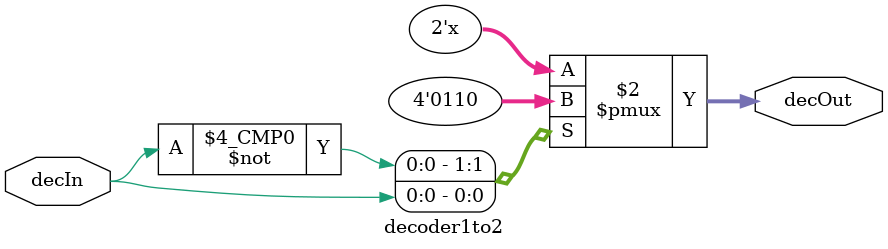
<source format=v>
`timescale 1ns / 1ps
module decoder1to2(input decIn,output reg [1:0] decOut);

always@(decIn)
case(decIn)
1'b0 : decOut=2'b01;
1'b1 : decOut=2'b10;
endcase
endmodule

</source>
